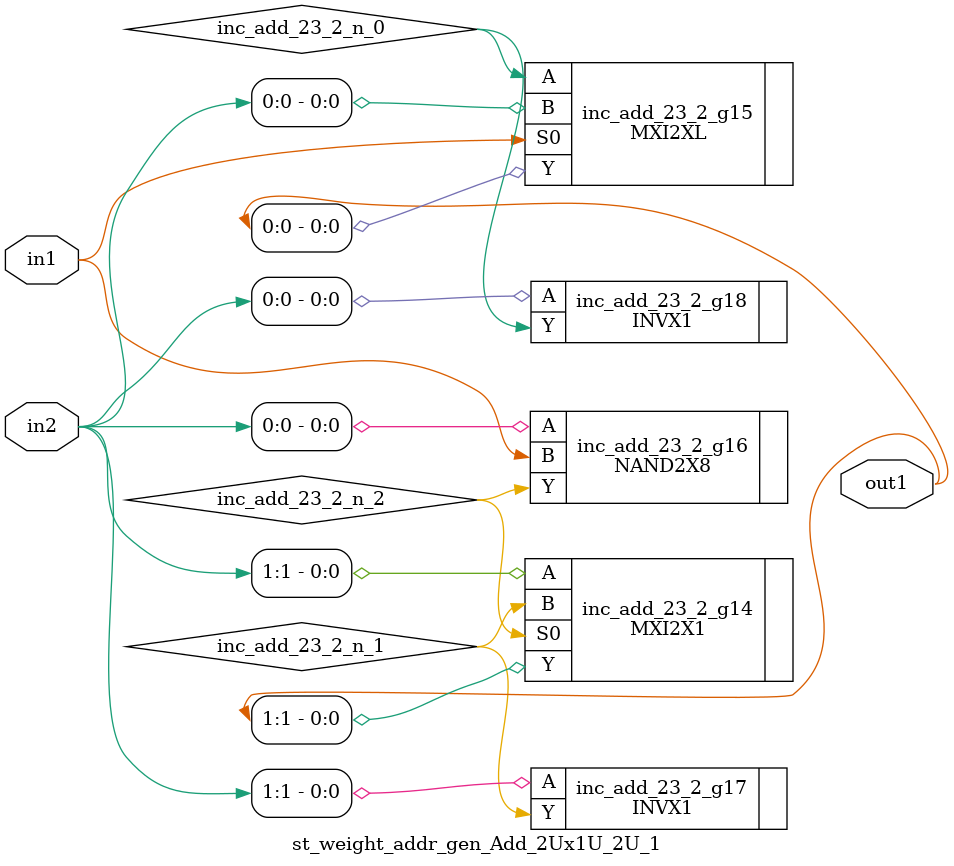
<source format=v>
`timescale 1ps / 1ps


module st_weight_addr_gen_Add_2Ux1U_2U_1(in2, in1, out1);
  input [1:0] in2;
  input in1;
  output [1:0] out1;
  wire [1:0] in2;
  wire in1;
  wire [1:0] out1;
  wire inc_add_23_2_n_0, inc_add_23_2_n_1, inc_add_23_2_n_2;
  MXI2X1 inc_add_23_2_g14(.A (in2[1]), .B (inc_add_23_2_n_1), .S0
       (inc_add_23_2_n_2), .Y (out1[1]));
  MXI2XL inc_add_23_2_g15(.A (inc_add_23_2_n_0), .B (in2[0]), .S0
       (in1), .Y (out1[0]));
  NAND2X8 inc_add_23_2_g16(.A (in2[0]), .B (in1), .Y
       (inc_add_23_2_n_2));
  INVX1 inc_add_23_2_g17(.A (in2[1]), .Y (inc_add_23_2_n_1));
  INVX1 inc_add_23_2_g18(.A (in2[0]), .Y (inc_add_23_2_n_0));
endmodule



</source>
